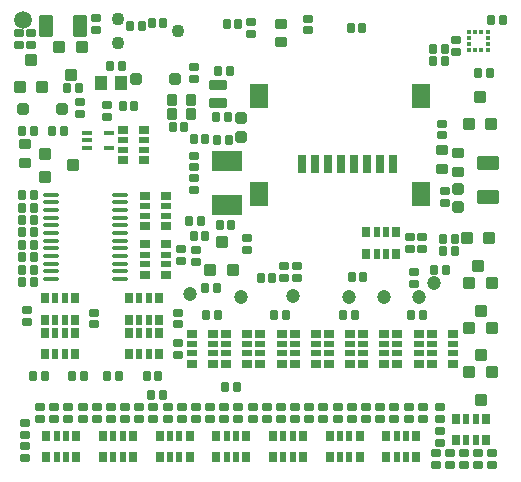
<source format=gbs>
G04*
G04 #@! TF.GenerationSoftware,Altium Limited,Altium Designer,22.11.1 (43)*
G04*
G04 Layer_Color=16711935*
%FSLAX25Y25*%
%MOIN*%
G70*
G04*
G04 #@! TF.SameCoordinates,33881630-BD02-48E5-AD41-075E7C08A960*
G04*
G04*
G04 #@! TF.FilePolarity,Negative*
G04*
G01*
G75*
G04:AMPARAMS|DCode=57|XSize=39.37mil|YSize=41.34mil|CornerRadius=5.51mil|HoleSize=0mil|Usage=FLASHONLY|Rotation=90.000|XOffset=0mil|YOffset=0mil|HoleType=Round|Shape=RoundedRectangle|*
%AMROUNDEDRECTD57*
21,1,0.03937,0.03032,0,0,90.0*
21,1,0.02835,0.04134,0,0,90.0*
1,1,0.01102,0.01516,0.01417*
1,1,0.01102,0.01516,-0.01417*
1,1,0.01102,-0.01516,-0.01417*
1,1,0.01102,-0.01516,0.01417*
%
%ADD57ROUNDEDRECTD57*%
G04:AMPARAMS|DCode=58|XSize=39.37mil|YSize=41.34mil|CornerRadius=5.51mil|HoleSize=0mil|Usage=FLASHONLY|Rotation=90.000|XOffset=0mil|YOffset=0mil|HoleType=Round|Shape=RoundedRectangle|*
%AMROUNDEDRECTD58*
21,1,0.03937,0.03032,0,0,90.0*
21,1,0.02835,0.04134,0,0,90.0*
1,1,0.01102,0.01516,0.01417*
1,1,0.01102,0.01516,-0.01417*
1,1,0.01102,-0.01516,-0.01417*
1,1,0.01102,-0.01516,0.01417*
%
%ADD58ROUNDEDRECTD58*%
G04:AMPARAMS|DCode=65|XSize=31.5mil|YSize=27.56mil|CornerRadius=4.33mil|HoleSize=0mil|Usage=FLASHONLY|Rotation=180.000|XOffset=0mil|YOffset=0mil|HoleType=Round|Shape=RoundedRectangle|*
%AMROUNDEDRECTD65*
21,1,0.03150,0.01890,0,0,180.0*
21,1,0.02284,0.02756,0,0,180.0*
1,1,0.00866,-0.01142,0.00945*
1,1,0.00866,0.01142,0.00945*
1,1,0.00866,0.01142,-0.00945*
1,1,0.00866,-0.01142,-0.00945*
%
%ADD65ROUNDEDRECTD65*%
G04:AMPARAMS|DCode=69|XSize=29.53mil|YSize=35.43mil|CornerRadius=4.53mil|HoleSize=0mil|Usage=FLASHONLY|Rotation=90.000|XOffset=0mil|YOffset=0mil|HoleType=Round|Shape=RoundedRectangle|*
%AMROUNDEDRECTD69*
21,1,0.02953,0.02638,0,0,90.0*
21,1,0.02047,0.03543,0,0,90.0*
1,1,0.00906,0.01319,0.01024*
1,1,0.00906,0.01319,-0.01024*
1,1,0.00906,-0.01319,-0.01024*
1,1,0.00906,-0.01319,0.01024*
%
%ADD69ROUNDEDRECTD69*%
G04:AMPARAMS|DCode=70|XSize=21.65mil|YSize=35.43mil|CornerRadius=3.74mil|HoleSize=0mil|Usage=FLASHONLY|Rotation=90.000|XOffset=0mil|YOffset=0mil|HoleType=Round|Shape=RoundedRectangle|*
%AMROUNDEDRECTD70*
21,1,0.02165,0.02795,0,0,90.0*
21,1,0.01417,0.03543,0,0,90.0*
1,1,0.00748,0.01398,0.00709*
1,1,0.00748,0.01398,-0.00709*
1,1,0.00748,-0.01398,-0.00709*
1,1,0.00748,-0.01398,0.00709*
%
%ADD70ROUNDEDRECTD70*%
G04:AMPARAMS|DCode=74|XSize=16.54mil|YSize=35.43mil|CornerRadius=3.23mil|HoleSize=0mil|Usage=FLASHONLY|Rotation=90.000|XOffset=0mil|YOffset=0mil|HoleType=Round|Shape=RoundedRectangle|*
%AMROUNDEDRECTD74*
21,1,0.01654,0.02898,0,0,90.0*
21,1,0.01008,0.03543,0,0,90.0*
1,1,0.00646,0.01449,0.00504*
1,1,0.00646,0.01449,-0.00504*
1,1,0.00646,-0.01449,-0.00504*
1,1,0.00646,-0.01449,0.00504*
%
%ADD74ROUNDEDRECTD74*%
G04:AMPARAMS|DCode=80|XSize=31.5mil|YSize=27.56mil|CornerRadius=4.33mil|HoleSize=0mil|Usage=FLASHONLY|Rotation=90.000|XOffset=0mil|YOffset=0mil|HoleType=Round|Shape=RoundedRectangle|*
%AMROUNDEDRECTD80*
21,1,0.03150,0.01890,0,0,90.0*
21,1,0.02284,0.02756,0,0,90.0*
1,1,0.00866,0.00945,0.01142*
1,1,0.00866,0.00945,-0.01142*
1,1,0.00866,-0.00945,-0.01142*
1,1,0.00866,-0.00945,0.01142*
%
%ADD80ROUNDEDRECTD80*%
%ADD81C,0.04294*%
%ADD82C,0.04724*%
%ADD83C,0.05906*%
G04:AMPARAMS|DCode=112|XSize=39.37mil|YSize=41.34mil|CornerRadius=5.51mil|HoleSize=0mil|Usage=FLASHONLY|Rotation=180.000|XOffset=0mil|YOffset=0mil|HoleType=Round|Shape=RoundedRectangle|*
%AMROUNDEDRECTD112*
21,1,0.03937,0.03032,0,0,180.0*
21,1,0.02835,0.04134,0,0,180.0*
1,1,0.01102,-0.01417,0.01516*
1,1,0.01102,0.01417,0.01516*
1,1,0.01102,0.01417,-0.01516*
1,1,0.01102,-0.01417,-0.01516*
%
%ADD112ROUNDEDRECTD112*%
G04:AMPARAMS|DCode=113|XSize=39.37mil|YSize=41.34mil|CornerRadius=5.51mil|HoleSize=0mil|Usage=FLASHONLY|Rotation=180.000|XOffset=0mil|YOffset=0mil|HoleType=Round|Shape=RoundedRectangle|*
%AMROUNDEDRECTD113*
21,1,0.03937,0.03032,0,0,180.0*
21,1,0.02835,0.04134,0,0,180.0*
1,1,0.01102,-0.01417,0.01516*
1,1,0.01102,0.01417,0.01516*
1,1,0.01102,0.01417,-0.01516*
1,1,0.01102,-0.01417,-0.01516*
%
%ADD113ROUNDEDRECTD113*%
G04:AMPARAMS|DCode=114|XSize=39.76mil|YSize=37.4mil|CornerRadius=5.32mil|HoleSize=0mil|Usage=FLASHONLY|Rotation=0.000|XOffset=0mil|YOffset=0mil|HoleType=Round|Shape=RoundedRectangle|*
%AMROUNDEDRECTD114*
21,1,0.03976,0.02677,0,0,0.0*
21,1,0.02913,0.03740,0,0,0.0*
1,1,0.01063,0.01457,-0.01339*
1,1,0.01063,-0.01457,-0.01339*
1,1,0.01063,-0.01457,0.01339*
1,1,0.01063,0.01457,0.01339*
%
%ADD114ROUNDEDRECTD114*%
%ADD115R,0.04331X0.04724*%
G04:AMPARAMS|DCode=116|XSize=74.8mil|YSize=49.21mil|CornerRadius=6.5mil|HoleSize=0mil|Usage=FLASHONLY|Rotation=0.000|XOffset=0mil|YOffset=0mil|HoleType=Round|Shape=RoundedRectangle|*
%AMROUNDEDRECTD116*
21,1,0.07480,0.03622,0,0,0.0*
21,1,0.06181,0.04921,0,0,0.0*
1,1,0.01299,0.03091,-0.01811*
1,1,0.01299,-0.03091,-0.01811*
1,1,0.01299,-0.03091,0.01811*
1,1,0.01299,0.03091,0.01811*
%
%ADD116ROUNDEDRECTD116*%
G04:AMPARAMS|DCode=117|XSize=62.99mil|YSize=29.53mil|CornerRadius=4.53mil|HoleSize=0mil|Usage=FLASHONLY|Rotation=90.000|XOffset=0mil|YOffset=0mil|HoleType=Round|Shape=RoundedRectangle|*
%AMROUNDEDRECTD117*
21,1,0.06299,0.02047,0,0,90.0*
21,1,0.05394,0.02953,0,0,90.0*
1,1,0.00906,0.01024,0.02697*
1,1,0.00906,0.01024,-0.02697*
1,1,0.00906,-0.01024,-0.02697*
1,1,0.00906,-0.01024,0.02697*
%
%ADD117ROUNDEDRECTD117*%
G04:AMPARAMS|DCode=118|XSize=82.68mil|YSize=61.02mil|CornerRadius=7.68mil|HoleSize=0mil|Usage=FLASHONLY|Rotation=90.000|XOffset=0mil|YOffset=0mil|HoleType=Round|Shape=RoundedRectangle|*
%AMROUNDEDRECTD118*
21,1,0.08268,0.04567,0,0,90.0*
21,1,0.06732,0.06102,0,0,90.0*
1,1,0.01535,0.02284,0.03366*
1,1,0.01535,0.02284,-0.03366*
1,1,0.01535,-0.02284,-0.03366*
1,1,0.01535,-0.02284,0.03366*
%
%ADD118ROUNDEDRECTD118*%
%ADD119R,0.09843X0.07087*%
G04:AMPARAMS|DCode=120|XSize=29.53mil|YSize=35.43mil|CornerRadius=4.53mil|HoleSize=0mil|Usage=FLASHONLY|Rotation=0.000|XOffset=0mil|YOffset=0mil|HoleType=Round|Shape=RoundedRectangle|*
%AMROUNDEDRECTD120*
21,1,0.02953,0.02638,0,0,0.0*
21,1,0.02047,0.03543,0,0,0.0*
1,1,0.00906,0.01024,-0.01319*
1,1,0.00906,-0.01024,-0.01319*
1,1,0.00906,-0.01024,0.01319*
1,1,0.00906,0.01024,0.01319*
%
%ADD120ROUNDEDRECTD120*%
G04:AMPARAMS|DCode=121|XSize=21.65mil|YSize=35.43mil|CornerRadius=3.74mil|HoleSize=0mil|Usage=FLASHONLY|Rotation=0.000|XOffset=0mil|YOffset=0mil|HoleType=Round|Shape=RoundedRectangle|*
%AMROUNDEDRECTD121*
21,1,0.02165,0.02795,0,0,0.0*
21,1,0.01417,0.03543,0,0,0.0*
1,1,0.00748,0.00709,-0.01398*
1,1,0.00748,-0.00709,-0.01398*
1,1,0.00748,-0.00709,0.01398*
1,1,0.00748,0.00709,0.01398*
%
%ADD121ROUNDEDRECTD121*%
G04:AMPARAMS|DCode=122|XSize=31.5mil|YSize=40.16mil|CornerRadius=4.72mil|HoleSize=0mil|Usage=FLASHONLY|Rotation=90.000|XOffset=0mil|YOffset=0mil|HoleType=Round|Shape=RoundedRectangle|*
%AMROUNDEDRECTD122*
21,1,0.03150,0.03071,0,0,90.0*
21,1,0.02205,0.04016,0,0,90.0*
1,1,0.00945,0.01535,0.01102*
1,1,0.00945,0.01535,-0.01102*
1,1,0.00945,-0.01535,-0.01102*
1,1,0.00945,-0.01535,0.01102*
%
%ADD122ROUNDEDRECTD122*%
G04:AMPARAMS|DCode=123|XSize=31.5mil|YSize=59.06mil|CornerRadius=4.72mil|HoleSize=0mil|Usage=FLASHONLY|Rotation=270.000|XOffset=0mil|YOffset=0mil|HoleType=Round|Shape=RoundedRectangle|*
%AMROUNDEDRECTD123*
21,1,0.03150,0.04961,0,0,270.0*
21,1,0.02205,0.05906,0,0,270.0*
1,1,0.00945,-0.02480,-0.01102*
1,1,0.00945,-0.02480,0.01102*
1,1,0.00945,0.02480,0.01102*
1,1,0.00945,0.02480,-0.01102*
%
%ADD123ROUNDEDRECTD123*%
G04:AMPARAMS|DCode=124|XSize=31.5mil|YSize=40.16mil|CornerRadius=4.72mil|HoleSize=0mil|Usage=FLASHONLY|Rotation=0.000|XOffset=0mil|YOffset=0mil|HoleType=Round|Shape=RoundedRectangle|*
%AMROUNDEDRECTD124*
21,1,0.03150,0.03071,0,0,0.0*
21,1,0.02205,0.04016,0,0,0.0*
1,1,0.00945,0.01102,-0.01535*
1,1,0.00945,-0.01102,-0.01535*
1,1,0.00945,-0.01102,0.01535*
1,1,0.00945,0.01102,0.01535*
%
%ADD124ROUNDEDRECTD124*%
G04:AMPARAMS|DCode=125|XSize=74.8mil|YSize=49.21mil|CornerRadius=6.5mil|HoleSize=0mil|Usage=FLASHONLY|Rotation=90.000|XOffset=0mil|YOffset=0mil|HoleType=Round|Shape=RoundedRectangle|*
%AMROUNDEDRECTD125*
21,1,0.07480,0.03622,0,0,90.0*
21,1,0.06181,0.04921,0,0,90.0*
1,1,0.01299,0.01811,0.03091*
1,1,0.01299,0.01811,-0.03091*
1,1,0.01299,-0.01811,-0.03091*
1,1,0.01299,-0.01811,0.03091*
%
%ADD125ROUNDEDRECTD125*%
G04:AMPARAMS|DCode=126|XSize=37.4mil|YSize=37.4mil|CornerRadius=5.32mil|HoleSize=0mil|Usage=FLASHONLY|Rotation=270.000|XOffset=0mil|YOffset=0mil|HoleType=Round|Shape=RoundedRectangle|*
%AMROUNDEDRECTD126*
21,1,0.03740,0.02677,0,0,270.0*
21,1,0.02677,0.03740,0,0,270.0*
1,1,0.01063,-0.01339,-0.01339*
1,1,0.01063,-0.01339,0.01339*
1,1,0.01063,0.01339,0.01339*
1,1,0.01063,0.01339,-0.01339*
%
%ADD126ROUNDEDRECTD126*%
%ADD127O,0.05354X0.01378*%
%ADD128R,0.01378X0.01772*%
%ADD129R,0.01772X0.01378*%
D57*
X11615Y101242D02*
D03*
X20867Y104982D02*
D03*
D58*
X11615Y108723D02*
D03*
D65*
X28642Y154134D02*
D03*
Y150197D02*
D03*
X61825Y76772D02*
D03*
Y72835D02*
D03*
X78730Y76700D02*
D03*
Y80637D02*
D03*
X56693Y73228D02*
D03*
Y77165D02*
D03*
X5499Y52879D02*
D03*
Y56816D02*
D03*
X32283Y125197D02*
D03*
Y121260D02*
D03*
X23228Y125984D02*
D03*
Y122047D02*
D03*
X2756Y145079D02*
D03*
Y149016D02*
D03*
X134646Y69291D02*
D03*
Y65354D02*
D03*
X61024Y133858D02*
D03*
Y137795D02*
D03*
X91241Y67421D02*
D03*
Y71358D02*
D03*
X80216Y148721D02*
D03*
Y152657D02*
D03*
X133071Y81102D02*
D03*
Y77165D02*
D03*
X137008Y81102D02*
D03*
Y77165D02*
D03*
X6890Y145079D02*
D03*
Y149016D02*
D03*
X144685Y96457D02*
D03*
Y92520D02*
D03*
X143701Y118898D02*
D03*
Y114961D02*
D03*
X95571Y67421D02*
D03*
Y71358D02*
D03*
X99213Y153937D02*
D03*
Y150000D02*
D03*
X61024Y104331D02*
D03*
Y108268D02*
D03*
Y100787D02*
D03*
Y96850D02*
D03*
X47638Y24409D02*
D03*
Y20472D02*
D03*
X52362Y24409D02*
D03*
Y20472D02*
D03*
X57087Y24409D02*
D03*
Y20472D02*
D03*
X61811Y24409D02*
D03*
Y20472D02*
D03*
X146457Y5118D02*
D03*
Y9055D02*
D03*
X151181D02*
D03*
Y5118D02*
D03*
X155905D02*
D03*
Y9055D02*
D03*
X160630Y5118D02*
D03*
Y9055D02*
D03*
X27756Y51968D02*
D03*
Y55905D02*
D03*
X55709Y51968D02*
D03*
Y55905D02*
D03*
X24016Y24409D02*
D03*
Y20472D02*
D03*
X19292Y24409D02*
D03*
Y20472D02*
D03*
X14567Y24409D02*
D03*
Y20472D02*
D03*
X9843Y24409D02*
D03*
Y20472D02*
D03*
X42914Y24409D02*
D03*
Y20472D02*
D03*
X38189Y24409D02*
D03*
Y20472D02*
D03*
X33465Y24409D02*
D03*
Y20472D02*
D03*
X28740Y24409D02*
D03*
Y20472D02*
D03*
X80709Y24409D02*
D03*
Y20472D02*
D03*
X75985Y24409D02*
D03*
Y20472D02*
D03*
X71260Y24409D02*
D03*
Y20472D02*
D03*
X66536Y24409D02*
D03*
Y20472D02*
D03*
X99607D02*
D03*
Y24409D02*
D03*
X94882D02*
D03*
Y20472D02*
D03*
X90158Y24409D02*
D03*
Y20472D02*
D03*
X85433Y24409D02*
D03*
Y20472D02*
D03*
X118504Y24409D02*
D03*
Y20472D02*
D03*
X113780Y24409D02*
D03*
Y20472D02*
D03*
X109055Y24409D02*
D03*
Y20472D02*
D03*
X104331Y24409D02*
D03*
Y20472D02*
D03*
X132677Y24409D02*
D03*
Y20472D02*
D03*
X127953Y24409D02*
D03*
Y20472D02*
D03*
X123228Y24409D02*
D03*
Y20472D02*
D03*
X4724Y15157D02*
D03*
Y19094D02*
D03*
X141733Y9055D02*
D03*
Y5118D02*
D03*
X55709Y41732D02*
D03*
Y45669D02*
D03*
X143307Y20472D02*
D03*
Y24409D02*
D03*
X4724Y7480D02*
D03*
Y11417D02*
D03*
X143307Y16535D02*
D03*
Y12598D02*
D03*
X148425Y146850D02*
D03*
Y142913D02*
D03*
X137402Y24409D02*
D03*
Y20472D02*
D03*
D69*
X37402Y116831D02*
D03*
X44488D02*
D03*
X44488Y106791D02*
D03*
X37402D02*
D03*
X51969Y68602D02*
D03*
X44882D02*
D03*
Y78642D02*
D03*
X51969D02*
D03*
Y84744D02*
D03*
X44882D02*
D03*
Y94784D02*
D03*
X51969D02*
D03*
X147441Y48917D02*
D03*
X140354D02*
D03*
Y38878D02*
D03*
X147441Y38878D02*
D03*
X128937Y38878D02*
D03*
X136024D02*
D03*
Y48917D02*
D03*
X128937Y48917D02*
D03*
X78937Y48917D02*
D03*
X71851D02*
D03*
Y38878D02*
D03*
X78937D02*
D03*
X60433Y38878D02*
D03*
X67520Y38878D02*
D03*
Y48917D02*
D03*
X60433D02*
D03*
X101772Y48917D02*
D03*
X94685Y48917D02*
D03*
X94685Y38878D02*
D03*
X101772D02*
D03*
X83268Y38878D02*
D03*
X90355Y38878D02*
D03*
Y48917D02*
D03*
X83268D02*
D03*
X124607Y48917D02*
D03*
X117520Y48917D02*
D03*
X117520Y38878D02*
D03*
X124607D02*
D03*
X106103Y38878D02*
D03*
X113189Y38878D02*
D03*
Y48917D02*
D03*
X106103D02*
D03*
D70*
X44488Y110236D02*
D03*
Y113386D02*
D03*
X37402Y113386D02*
D03*
X37402Y110236D02*
D03*
X44882Y75197D02*
D03*
Y72047D02*
D03*
X51969D02*
D03*
Y75197D02*
D03*
X44882Y91339D02*
D03*
Y88189D02*
D03*
X51969D02*
D03*
Y91339D02*
D03*
X147441Y45472D02*
D03*
Y42323D02*
D03*
X140354D02*
D03*
Y45472D02*
D03*
X128937Y42323D02*
D03*
Y45472D02*
D03*
X136024D02*
D03*
Y42323D02*
D03*
X78937Y45472D02*
D03*
Y42323D02*
D03*
X71851D02*
D03*
Y45472D02*
D03*
X60433Y42323D02*
D03*
Y45472D02*
D03*
X67520D02*
D03*
Y42323D02*
D03*
X101772Y45472D02*
D03*
Y42323D02*
D03*
X94685D02*
D03*
Y45472D02*
D03*
X83268Y42323D02*
D03*
X83268Y45472D02*
D03*
X90355Y45472D02*
D03*
Y42323D02*
D03*
X124607Y45472D02*
D03*
Y42323D02*
D03*
X117520D02*
D03*
Y45472D02*
D03*
X106103Y42323D02*
D03*
X106103Y45472D02*
D03*
X113189Y45472D02*
D03*
Y42323D02*
D03*
D74*
X25394Y110827D02*
D03*
Y113386D02*
D03*
Y115945D02*
D03*
X32874D02*
D03*
Y110827D02*
D03*
D80*
X43701Y151378D02*
D03*
X39764D02*
D03*
X159843Y135630D02*
D03*
X155905D02*
D03*
X18743Y130809D02*
D03*
X22680D02*
D03*
X41339Y124803D02*
D03*
X37402D02*
D03*
X141339Y70079D02*
D03*
X145276D02*
D03*
X72047Y151969D02*
D03*
X75984D02*
D03*
X140748Y139764D02*
D03*
X144685D02*
D03*
X113386Y150787D02*
D03*
X117323D02*
D03*
X68910Y63978D02*
D03*
X64973D02*
D03*
X59646Y86614D02*
D03*
X63583D02*
D03*
X69685Y85039D02*
D03*
X73622D02*
D03*
X68898Y113386D02*
D03*
X72835D02*
D03*
X164173Y153543D02*
D03*
X160236D02*
D03*
X50984Y152559D02*
D03*
X47047D02*
D03*
X33071Y138189D02*
D03*
X37008D02*
D03*
X144095Y76378D02*
D03*
X148032D02*
D03*
X144095Y80315D02*
D03*
X148032D02*
D03*
X144685Y143701D02*
D03*
X140748D02*
D03*
X117618Y67815D02*
D03*
X113681D02*
D03*
X61024Y113779D02*
D03*
X64961D02*
D03*
X61024Y81299D02*
D03*
X64961D02*
D03*
X69291Y136614D02*
D03*
X73228D02*
D03*
X68504Y121260D02*
D03*
X72441D02*
D03*
X83366Y67421D02*
D03*
X87303D02*
D03*
X54035Y117815D02*
D03*
X57972D02*
D03*
X137599Y55118D02*
D03*
X133662D02*
D03*
X69095D02*
D03*
X65158D02*
D03*
X91929D02*
D03*
X87992D02*
D03*
X114764D02*
D03*
X110827D02*
D03*
X75591Y31102D02*
D03*
X71654D02*
D03*
X20539Y34646D02*
D03*
X24476D02*
D03*
X11350Y34646D02*
D03*
X7413D02*
D03*
X45343Y34646D02*
D03*
X49280D02*
D03*
X36154Y34646D02*
D03*
X32217D02*
D03*
X7874Y116535D02*
D03*
X3937D02*
D03*
X13780D02*
D03*
X17717D02*
D03*
X50788Y28346D02*
D03*
X46851D02*
D03*
X3937Y66142D02*
D03*
X7874D02*
D03*
X3937Y78543D02*
D03*
X7874D02*
D03*
X3937Y82677D02*
D03*
X7874D02*
D03*
X3937Y90945D02*
D03*
X7874D02*
D03*
X3937Y86811D02*
D03*
X7874D02*
D03*
X3937Y95079D02*
D03*
X7874D02*
D03*
X3937Y74410D02*
D03*
X7874D02*
D03*
X3937Y70276D02*
D03*
X7874D02*
D03*
D81*
X55748Y149941D02*
D03*
X35748Y145941D02*
D03*
Y153941D02*
D03*
D82*
X94095Y61417D02*
D03*
X141339Y65748D02*
D03*
X136221Y61024D02*
D03*
X124409D02*
D03*
X112992Y61024D02*
D03*
X76772Y61024D02*
D03*
X59842Y62205D02*
D03*
D83*
X4331Y153543D02*
D03*
D112*
X156580Y127871D02*
D03*
X160320Y118619D02*
D03*
X74151Y70120D02*
D03*
X70411Y79372D02*
D03*
X10630Y130984D02*
D03*
X6890Y140236D02*
D03*
X16339Y144409D02*
D03*
X20079Y135158D02*
D03*
X152953Y36024D02*
D03*
X156693Y26772D02*
D03*
Y41667D02*
D03*
X152953Y50919D02*
D03*
Y65814D02*
D03*
X156693Y56562D02*
D03*
X152166Y80709D02*
D03*
X155906Y71457D02*
D03*
D113*
X152840Y118619D02*
D03*
X66671Y70120D02*
D03*
X3150Y130984D02*
D03*
X23819Y144410D02*
D03*
X160433Y36024D02*
D03*
Y50919D02*
D03*
Y65814D02*
D03*
X159646Y80709D02*
D03*
D114*
X4331Y123622D02*
D03*
X17323Y123622D02*
D03*
X41732Y133858D02*
D03*
X54725D02*
D03*
D115*
X36811Y132283D02*
D03*
X30118D02*
D03*
D116*
X159055Y94488D02*
D03*
Y105905D02*
D03*
D117*
X97126Y105524D02*
D03*
X101457D02*
D03*
X105788D02*
D03*
X110118D02*
D03*
X114449D02*
D03*
X118780D02*
D03*
X123111D02*
D03*
X127441D02*
D03*
D118*
X136811Y95288D02*
D03*
Y127965D02*
D03*
X82678D02*
D03*
Y95288D02*
D03*
D119*
X72048Y106496D02*
D03*
X72048Y91929D02*
D03*
D120*
X118603Y82677D02*
D03*
X118603Y75591D02*
D03*
X128642D02*
D03*
Y82677D02*
D03*
X49705Y7677D02*
D03*
Y14764D02*
D03*
X59744D02*
D03*
Y7677D02*
D03*
X21555Y42126D02*
D03*
X21555Y49213D02*
D03*
X11516Y49213D02*
D03*
X11516Y42126D02*
D03*
Y60630D02*
D03*
X11516Y53543D02*
D03*
X21555D02*
D03*
Y60630D02*
D03*
X49508Y42126D02*
D03*
Y49213D02*
D03*
X39469Y49213D02*
D03*
X39469Y42126D02*
D03*
X39469Y60630D02*
D03*
Y53543D02*
D03*
X49508D02*
D03*
Y60630D02*
D03*
X11910Y7677D02*
D03*
X11910Y14764D02*
D03*
X21949D02*
D03*
X21949Y7677D02*
D03*
X30807D02*
D03*
Y14764D02*
D03*
X40846D02*
D03*
X40846Y7677D02*
D03*
X68602D02*
D03*
X68602Y14764D02*
D03*
X78642D02*
D03*
Y7677D02*
D03*
X87500D02*
D03*
X87500Y14764D02*
D03*
X97540Y14764D02*
D03*
Y7677D02*
D03*
X106398D02*
D03*
X106398Y14764D02*
D03*
X116437D02*
D03*
Y7677D02*
D03*
X125295D02*
D03*
Y14764D02*
D03*
X135335Y14764D02*
D03*
X135335Y7677D02*
D03*
X158563Y13386D02*
D03*
Y20472D02*
D03*
X148524D02*
D03*
X148524Y13386D02*
D03*
D121*
X122047Y82677D02*
D03*
X125197D02*
D03*
Y75591D02*
D03*
X122047D02*
D03*
X56299Y14764D02*
D03*
X53150D02*
D03*
Y7677D02*
D03*
X56299D02*
D03*
X18110Y42126D02*
D03*
X14961Y42126D02*
D03*
Y49213D02*
D03*
X18110D02*
D03*
X14961Y60630D02*
D03*
X18110Y60630D02*
D03*
X18110Y53543D02*
D03*
X14961D02*
D03*
X46063Y42126D02*
D03*
X42913D02*
D03*
Y49213D02*
D03*
X46063Y49213D02*
D03*
X42914Y60630D02*
D03*
X46063D02*
D03*
Y53543D02*
D03*
X42914D02*
D03*
X18504Y14764D02*
D03*
X15355D02*
D03*
Y7677D02*
D03*
X18504D02*
D03*
X37402Y14764D02*
D03*
X34252Y14764D02*
D03*
Y7677D02*
D03*
X37402D02*
D03*
X75197Y14764D02*
D03*
X72047D02*
D03*
Y7677D02*
D03*
X75197D02*
D03*
X94095Y14764D02*
D03*
X90945Y14764D02*
D03*
Y7677D02*
D03*
X94095D02*
D03*
X112992Y14764D02*
D03*
X109843D02*
D03*
Y7677D02*
D03*
X112992D02*
D03*
X131890Y14764D02*
D03*
X128740Y14764D02*
D03*
Y7677D02*
D03*
X131890D02*
D03*
X155118Y13386D02*
D03*
X151969D02*
D03*
Y20472D02*
D03*
X155118D02*
D03*
D122*
X143701Y110236D02*
D03*
Y103937D02*
D03*
X90059Y145965D02*
D03*
Y152264D02*
D03*
X4725Y112205D02*
D03*
X4725Y105905D02*
D03*
X149213Y102756D02*
D03*
Y109055D02*
D03*
D123*
X69291Y131693D02*
D03*
Y125787D02*
D03*
D124*
X60237Y126772D02*
D03*
X53937Y126772D02*
D03*
X60237Y122146D02*
D03*
X53937D02*
D03*
D125*
X11811Y151378D02*
D03*
X23228D02*
D03*
D126*
X149213Y91024D02*
D03*
Y97244D02*
D03*
X76772Y120827D02*
D03*
Y114606D02*
D03*
D127*
X13622Y67126D02*
D03*
Y69685D02*
D03*
Y72244D02*
D03*
Y74803D02*
D03*
Y77362D02*
D03*
Y79921D02*
D03*
Y82480D02*
D03*
Y85039D02*
D03*
Y87598D02*
D03*
Y90158D02*
D03*
Y92716D02*
D03*
Y95276D02*
D03*
X36615Y67126D02*
D03*
Y69685D02*
D03*
Y72244D02*
D03*
Y74803D02*
D03*
Y77362D02*
D03*
Y79921D02*
D03*
Y82480D02*
D03*
Y85039D02*
D03*
Y87598D02*
D03*
Y90158D02*
D03*
Y92716D02*
D03*
Y95276D02*
D03*
D128*
X156890Y143307D02*
D03*
X154922D02*
D03*
Y149606D02*
D03*
X156890D02*
D03*
D129*
X152756Y143504D02*
D03*
Y145473D02*
D03*
Y147441D02*
D03*
Y149409D02*
D03*
X159056Y143504D02*
D03*
Y149409D02*
D03*
Y145473D02*
D03*
Y147441D02*
D03*
M02*

</source>
